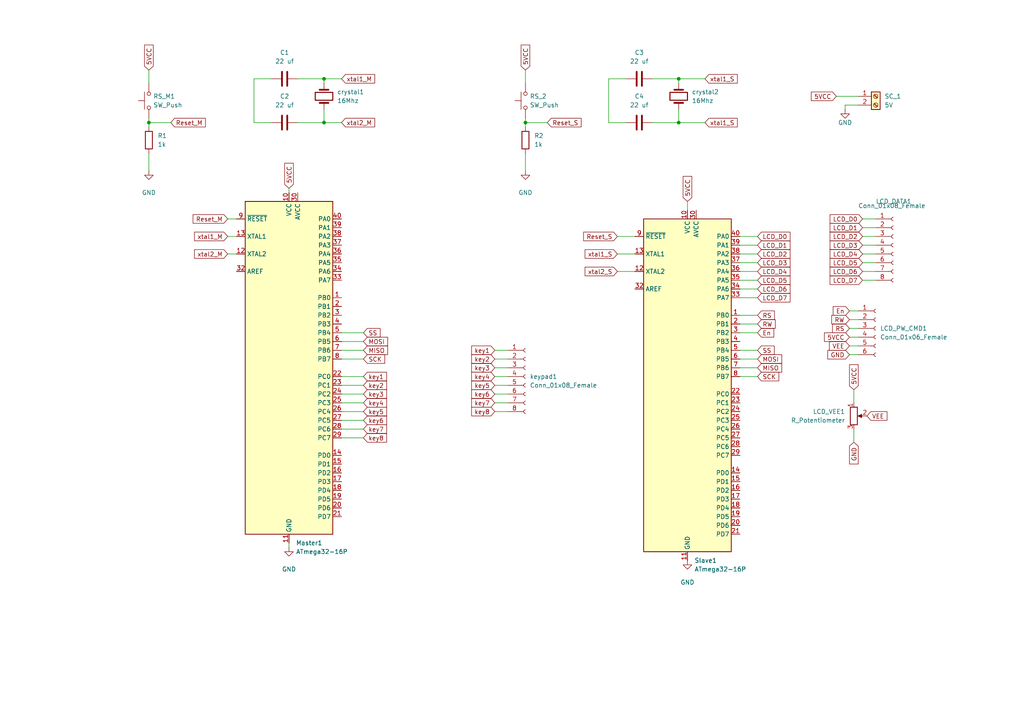
<source format=kicad_sch>
(kicad_sch (version 20211123) (generator eeschema)
  (paper "A4")
  (lib_symbols
    (symbol "Connector:Conn_01x06_Female" (pin_names (offset 1.016) hide)
      (property "Reference" "J" (at 0 7.62 0))
      (property "Value" "Conn_01x06_Female" (at 0 -10.16 0))
      (symbol "Conn_01x06_Female_1_1"
        (arc (start 0 -7.112) (mid -0.508 -7.62) (end 0 -8.128) (stroke (width 0.1524)))
        (arc (start 0 -4.572) (mid -0.508 -5.08) (end 0 -5.588) (stroke (width 0.1524)))
        (arc (start 0 -2.032) (mid -0.508 -2.54) (end 0 -3.048) (stroke (width 0.1524)))
        (polyline (pts (xy -1.27 -7.62) (xy -0.508 -7.62)) (stroke (width 0.1524)))
        (polyline (pts (xy -1.27 -5.08) (xy -0.508 -5.08)) (stroke (width 0.1524)))
        (polyline (pts (xy -1.27 -2.54) (xy -0.508 -2.54)) (stroke (width 0.1524)))
        (polyline (pts (xy -1.27 0) (xy -0.508 0)) (stroke (width 0.1524)))
        (polyline (pts (xy -1.27 2.54) (xy -0.508 2.54)) (stroke (width 0.1524)))
        (polyline (pts (xy -1.27 5.08) (xy -0.508 5.08)) (stroke (width 0.1524)))
        (arc (start 0 0.508) (mid -0.508 0) (end 0 -0.508) (stroke (width 0.1524)))
        (arc (start 0 3.048) (mid -0.508 2.54) (end 0 2.032) (stroke (width 0.1524)))
        (arc (start 0 5.588) (mid -0.508 5.08) (end 0 4.572) (stroke (width 0.1524)))
        (pin passive line (at -5.08 5.08 0) (length 3.81) (name "Pin_1") (number "1"))
        (pin passive line (at -5.08 2.54 0) (length 3.81) (name "Pin_2") (number "2"))
        (pin passive line (at -5.08 0 0) (length 3.81) (name "Pin_3") (number "3"))
        (pin passive line (at -5.08 -2.54 0) (length 3.81) (name "Pin_4") (number "4"))
        (pin passive line (at -5.08 -5.08 0) (length 3.81) (name "Pin_5") (number "5"))
        (pin passive line (at -5.08 -7.62 0) (length 3.81) (name "Pin_6") (number "6"))
      )
    )
    (symbol "Connector:Conn_01x08_Female" (pin_names (offset 1.016) hide)
      (property "Reference" "J" (at 0 10.16 0))
      (property "Value" "Conn_01x08_Female" (at 0 -12.7 0))
      (symbol "Conn_01x08_Female_1_1"
        (arc (start 0 -9.652) (mid -0.508 -10.16) (end 0 -10.668) (stroke (width 0.1524)))
        (arc (start 0 -7.112) (mid -0.508 -7.62) (end 0 -8.128) (stroke (width 0.1524)))
        (arc (start 0 -4.572) (mid -0.508 -5.08) (end 0 -5.588) (stroke (width 0.1524)))
        (arc (start 0 -2.032) (mid -0.508 -2.54) (end 0 -3.048) (stroke (width 0.1524)))
        (polyline (pts (xy -1.27 -10.16) (xy -0.508 -10.16)) (stroke (width 0.1524)))
        (polyline (pts (xy -1.27 -7.62) (xy -0.508 -7.62)) (stroke (width 0.1524)))
        (polyline (pts (xy -1.27 -5.08) (xy -0.508 -5.08)) (stroke (width 0.1524)))
        (polyline (pts (xy -1.27 -2.54) (xy -0.508 -2.54)) (stroke (width 0.1524)))
        (polyline (pts (xy -1.27 0) (xy -0.508 0)) (stroke (width 0.1524)))
        (polyline (pts (xy -1.27 2.54) (xy -0.508 2.54)) (stroke (width 0.1524)))
        (polyline (pts (xy -1.27 5.08) (xy -0.508 5.08)) (stroke (width 0.1524)))
        (polyline (pts (xy -1.27 7.62) (xy -0.508 7.62)) (stroke (width 0.1524)))
        (arc (start 0 0.508) (mid -0.508 0) (end 0 -0.508) (stroke (width 0.1524)))
        (arc (start 0 3.048) (mid -0.508 2.54) (end 0 2.032) (stroke (width 0.1524)))
        (arc (start 0 5.588) (mid -0.508 5.08) (end 0 4.572) (stroke (width 0.1524)))
        (arc (start 0 8.128) (mid -0.508 7.62) (end 0 7.112) (stroke (width 0.1524)))
        (pin passive line (at -5.08 7.62 0) (length 3.81) (name "Pin_1") (number "1"))
        (pin passive line (at -5.08 5.08 0) (length 3.81) (name "Pin_2") (number "2"))
        (pin passive line (at -5.08 2.54 0) (length 3.81) (name "Pin_3") (number "3"))
        (pin passive line (at -5.08 0 0) (length 3.81) (name "Pin_4") (number "4"))
        (pin passive line (at -5.08 -2.54 0) (length 3.81) (name "Pin_5") (number "5"))
        (pin passive line (at -5.08 -5.08 0) (length 3.81) (name "Pin_6") (number "6"))
        (pin passive line (at -5.08 -7.62 0) (length 3.81) (name "Pin_7") (number "7"))
        (pin passive line (at -5.08 -10.16 0) (length 3.81) (name "Pin_8") (number "8"))
      )
    )
    (symbol "Connector:Screw_Terminal_01x02" (pin_names (offset 1.016) hide)
      (property "Reference" "J" (at 0 2.54 0))
      (property "Value" "Screw_Terminal_01x02" (at 0 -5.08 0))
      (symbol "Screw_Terminal_01x02_1_1"
        (rectangle (start -1.27 1.27) (end 1.27 -3.81) (stroke (width 0.254)) (fill (type background)))
        (circle (center 0 -2.54) (radius 0.635) (stroke (width 0.1524)))
        (polyline (pts (xy -0.5334 -2.2098) (xy 0.3302 -3.048)) (stroke (width 0.1524)))
        (polyline (pts (xy -0.5334 0.3302) (xy 0.3302 -0.508)) (stroke (width 0.1524)))
        (polyline (pts (xy -0.3556 -2.032) (xy 0.508 -2.8702)) (stroke (width 0.1524)))
        (polyline (pts (xy -0.3556 0.508) (xy 0.508 -0.3302)) (stroke (width 0.1524)))
        (circle (center 0 0) (radius 0.635) (stroke (width 0.1524)))
        (pin passive line (at -5.08 0 0) (length 3.81) (name "Pin_1") (number "1"))
        (pin passive line (at -5.08 -2.54 0) (length 3.81) (name "Pin_2") (number "2"))
      )
    )
    (symbol "Device:C" (pin_numbers hide) (pin_names (offset 0.254))
      (property "Reference" "C" (at 0.635 2.54 0))
      (property "Value" "C" (at 0.635 -2.54 0))
      (symbol "C_0_1"
        (polyline (pts (xy -2.032 -0.762) (xy 2.032 -0.762)) (stroke (width 0.508)))
        (polyline (pts (xy -2.032 0.762) (xy 2.032 0.762)) (stroke (width 0.508)))
      )
      (symbol "C_1_1"
        (pin passive line (at 0 3.81 270) (length 2.794) (name "~") (number "1"))
        (pin passive line (at 0 -3.81 90) (length 2.794) (name "~") (number "2"))
      )
    )
    (symbol "Device:Crystal" (pin_numbers hide) (pin_names (offset 1.016) hide)
      (property "Reference" "Y" (at 0 3.81 0))
      (property "Value" "Crystal" (at 0 -3.81 0))
      (symbol "Crystal_0_1"
        (rectangle (start -1.143 2.54) (end 1.143 -2.54) (stroke (width 0.3048)))
        (polyline (pts (xy -2.54 0) (xy -1.905 0)))
        (polyline (pts (xy -1.905 -1.27) (xy -1.905 1.27)) (stroke (width 0.508)))
        (polyline (pts (xy 1.905 -1.27) (xy 1.905 1.27)) (stroke (width 0.508)))
        (polyline (pts (xy 2.54 0) (xy 1.905 0)))
      )
      (symbol "Crystal_1_1"
        (pin passive line (at -3.81 0 0) (length 1.27) (name "1") (number "1"))
        (pin passive line (at 3.81 0 180) (length 1.27) (name "2") (number "2"))
      )
    )
    (symbol "Device:R" (pin_numbers hide) (pin_names (offset 0))
      (property "Reference" "R" (at 2.032 0 90))
      (property "Value" "R" (at 0 0 90))
      (symbol "R_0_1"
        (rectangle (start -1.016 -2.54) (end 1.016 2.54) (stroke (width 0.254)))
      )
      (symbol "R_1_1"
        (pin passive line (at 0 3.81 270) (length 1.27) (name "~") (number "1"))
        (pin passive line (at 0 -3.81 90) (length 1.27) (name "~") (number "2"))
      )
    )
    (symbol "Device:R_Potentiometer" (pin_names (offset 1.016) hide)
      (property "Reference" "RV" (at -4.445 0 90))
      (property "Value" "R_Potentiometer" (at -2.54 0 90))
      (symbol "R_Potentiometer_0_1"
        (polyline (pts (xy 2.54 0) (xy 1.524 0)))
        (polyline (pts (xy 1.143 0) (xy 2.286 0.508) (xy 2.286 -0.508) (xy 1.143 0)) (fill (type outline)))
        (rectangle (start 1.016 2.54) (end -1.016 -2.54) (stroke (width 0.254)))
      )
      (symbol "R_Potentiometer_1_1"
        (pin passive line (at 0 3.81 270) (length 1.27) (name "1") (number "1"))
        (pin passive line (at 3.81 0 180) (length 1.27) (name "2") (number "2"))
        (pin passive line (at 0 -3.81 90) (length 1.27) (name "3") (number "3"))
      )
    )
    (symbol "MCU_Microchip_ATmega:ATmega32-16P"
      (property "Reference" "U" (at -12.7 49.53 0))
      (property "Value" "ATmega32-16P" (at 2.54 -49.53 0))
      (symbol "ATmega32-16P_0_1"
        (rectangle (start -12.7 -48.26) (end 12.7 48.26) (stroke (width 0.254)) (fill (type background)))
      )
      (symbol "ATmega32-16P_1_1"
        (pin bidirectional line (at 15.24 20.32 180) (length 2.54) (name "PB0") (number "1"))
        (pin power_in line (at 0 50.8 270) (length 2.54) (name "VCC") (number "10"))
        (pin power_in line (at 0 -50.8 90) (length 2.54) (name "GND") (number "11"))
        (pin output line (at -15.24 33.02 0) (length 2.54) (name "XTAL2") (number "12"))
        (pin input line (at -15.24 38.1 0) (length 2.54) (name "XTAL1") (number "13"))
        (pin bidirectional line (at 15.24 -25.4 180) (length 2.54) (name "PD0") (number "14"))
        (pin bidirectional line (at 15.24 -27.94 180) (length 2.54) (name "PD1") (number "15"))
        (pin bidirectional line (at 15.24 -30.48 180) (length 2.54) (name "PD2") (number "16"))
        (pin bidirectional line (at 15.24 -33.02 180) (length 2.54) (name "PD3") (number "17"))
        (pin bidirectional line (at 15.24 -35.56 180) (length 2.54) (name "PD4") (number "18"))
        (pin bidirectional line (at 15.24 -38.1 180) (length 2.54) (name "PD5") (number "19"))
        (pin bidirectional line (at 15.24 17.78 180) (length 2.54) (name "PB1") (number "2"))
        (pin bidirectional line (at 15.24 -40.64 180) (length 2.54) (name "PD6") (number "20"))
        (pin bidirectional line (at 15.24 -43.18 180) (length 2.54) (name "PD7") (number "21"))
        (pin bidirectional line (at 15.24 -2.54 180) (length 2.54) (name "PC0") (number "22"))
        (pin bidirectional line (at 15.24 -5.08 180) (length 2.54) (name "PC1") (number "23"))
        (pin bidirectional line (at 15.24 -7.62 180) (length 2.54) (name "PC2") (number "24"))
        (pin bidirectional line (at 15.24 -10.16 180) (length 2.54) (name "PC3") (number "25"))
        (pin bidirectional line (at 15.24 -12.7 180) (length 2.54) (name "PC4") (number "26"))
        (pin bidirectional line (at 15.24 -15.24 180) (length 2.54) (name "PC5") (number "27"))
        (pin bidirectional line (at 15.24 -17.78 180) (length 2.54) (name "PC6") (number "28"))
        (pin bidirectional line (at 15.24 -20.32 180) (length 2.54) (name "PC7") (number "29"))
        (pin bidirectional line (at 15.24 15.24 180) (length 2.54) (name "PB2") (number "3"))
        (pin power_in line (at 2.54 50.8 270) (length 2.54) (name "AVCC") (number "30"))
        (pin passive line (at 0 -50.8 90) (length 2.54) hide (name "GND") (number "31"))
        (pin passive line (at -15.24 27.94 0) (length 2.54) (name "AREF") (number "32"))
        (pin bidirectional line (at 15.24 25.4 180) (length 2.54) (name "PA7") (number "33"))
        (pin bidirectional line (at 15.24 27.94 180) (length 2.54) (name "PA6") (number "34"))
        (pin bidirectional line (at 15.24 30.48 180) (length 2.54) (name "PA5") (number "35"))
        (pin bidirectional line (at 15.24 33.02 180) (length 2.54) (name "PA4") (number "36"))
        (pin bidirectional line (at 15.24 35.56 180) (length 2.54) (name "PA3") (number "37"))
        (pin bidirectional line (at 15.24 38.1 180) (length 2.54) (name "PA2") (number "38"))
        (pin bidirectional line (at 15.24 40.64 180) (length 2.54) (name "PA1") (number "39"))
        (pin bidirectional line (at 15.24 12.7 180) (length 2.54) (name "PB3") (number "4"))
        (pin bidirectional line (at 15.24 43.18 180) (length 2.54) (name "PA0") (number "40"))
        (pin bidirectional line (at 15.24 10.16 180) (length 2.54) (name "PB4") (number "5"))
        (pin bidirectional line (at 15.24 7.62 180) (length 2.54) (name "PB5") (number "6"))
        (pin bidirectional line (at 15.24 5.08 180) (length 2.54) (name "PB6") (number "7"))
        (pin bidirectional line (at 15.24 2.54 180) (length 2.54) (name "PB7") (number "8"))
        (pin input line (at -15.24 43.18 0) (length 2.54) (name "~{RESET}") (number "9"))
      )
    )
    (symbol "Switch:SW_Push" (pin_numbers hide) (pin_names (offset 1.016) hide)
      (property "Reference" "SW" (at 1.27 2.54 0))
      (property "Value" "SW_Push" (at 0 -1.524 0))
      (symbol "SW_Push_0_1"
        (circle (center -2.032 0) (radius 0.508))
        (polyline (pts (xy 0 1.27) (xy 0 3.048)))
        (polyline (pts (xy 2.54 1.27) (xy -2.54 1.27)))
        (circle (center 2.032 0) (radius 0.508))
        (pin passive line (at -5.08 0 0) (length 2.54) (name "1") (number "1"))
        (pin passive line (at 5.08 0 180) (length 2.54) (name "2") (number "2"))
      )
    )
    (symbol "power:GND" (power) (pin_names (offset 0))
      (property "Value" "GND" (at 0 -3.81 0))
      (symbol "GND_0_1"
        (polyline (pts (xy 0 0) (xy 0 -1.27) (xy 1.27 -1.27) (xy 0 -2.54) (xy -1.27 -1.27) (xy 0 -1.27)))
      )
      (symbol "GND_1_1"
        (pin power_in line (at 0 0 270) (length 0) hide (name "GND") (number "1"))
      )
    )
  )
  (junction (at 152.4 35.56))
  (junction (at 93.98 35.56))
  (junction (at 196.85 22.86))
  (junction (at 196.85 35.56))
  (junction (at 43.18 35.56))
  (junction (at 93.98 22.86))
  (wire (pts (xy 250.19 63.5) (xy 254 63.5)))
  (wire (pts (xy 78.74 22.86) (xy 73.66 22.86)))
  (wire (pts (xy 196.85 31.75) (xy 196.85 35.56)))
  (wire (pts (xy 66.04 68.58) (xy 68.58 68.58)))
  (wire (pts (xy 152.4 35.56) (xy 158.75 35.56)))
  (wire (pts (xy 179.07 78.74) (xy 184.15 78.74)))
  (wire (pts (xy 189.23 22.86) (xy 196.85 22.86)))
  (wire (pts (xy 247.65 124.46) (xy 247.65 128.27)))
  (wire (pts (xy 105.41 127) (xy 99.06 127)))
  (wire (pts (xy 73.66 22.86) (xy 73.66 35.56)))
  (wire (pts (xy 181.61 22.86) (xy 176.53 22.86)))
  (wire (pts (xy 199.39 58.42) (xy 199.39 60.96)))
  (wire (pts (xy 179.07 68.58) (xy 184.15 68.58)))
  (wire (pts (xy 43.18 44.45) (xy 43.18 49.53)))
  (wire (pts (xy 105.41 116.84) (xy 99.06 116.84)))
  (wire (pts (xy 214.63 81.28) (xy 219.71 81.28)))
  (wire (pts (xy 247.65 113.03) (xy 247.65 116.84)))
  (wire (pts (xy 250.19 66.04) (xy 254 66.04)))
  (wire (pts (xy 196.85 22.86) (xy 204.47 22.86)))
  (wire (pts (xy 214.63 86.36) (xy 219.71 86.36)))
  (wire (pts (xy 43.18 35.56) (xy 49.53 35.56)))
  (wire (pts (xy 246.38 102.87) (xy 248.92 102.87)))
  (wire (pts (xy 43.18 20.32) (xy 43.18 24.13)))
  (wire (pts (xy 246.38 95.25) (xy 248.92 95.25)))
  (wire (pts (xy 179.07 73.66) (xy 184.15 73.66)))
  (wire (pts (xy 214.63 93.98) (xy 219.71 93.98)))
  (wire (pts (xy 242.57 27.94) (xy 248.92 27.94)))
  (wire (pts (xy 214.63 71.12) (xy 219.71 71.12)))
  (wire (pts (xy 214.63 104.14) (xy 219.71 104.14)))
  (wire (pts (xy 105.41 114.3) (xy 99.06 114.3)))
  (wire (pts (xy 143.51 101.6) (xy 147.32 101.6)))
  (wire (pts (xy 143.51 109.22) (xy 147.32 109.22)))
  (wire (pts (xy 250.19 73.66) (xy 254 73.66)))
  (wire (pts (xy 245.11 30.48) (xy 245.11 31.75)))
  (wire (pts (xy 214.63 109.22) (xy 219.71 109.22)))
  (wire (pts (xy 93.98 35.56) (xy 99.06 35.56)))
  (wire (pts (xy 246.38 97.79) (xy 248.92 97.79)))
  (wire (pts (xy 43.18 34.29) (xy 43.18 35.56)))
  (wire (pts (xy 246.38 92.71) (xy 248.92 92.71)))
  (wire (pts (xy 83.82 158.75) (xy 83.82 157.48)))
  (wire (pts (xy 105.41 109.22) (xy 99.06 109.22)))
  (wire (pts (xy 93.98 35.56) (xy 86.36 35.56)))
  (wire (pts (xy 176.53 22.86) (xy 176.53 35.56)))
  (wire (pts (xy 93.98 22.86) (xy 99.06 22.86)))
  (wire (pts (xy 105.41 111.76) (xy 99.06 111.76)))
  (wire (pts (xy 143.51 104.14) (xy 147.32 104.14)))
  (wire (pts (xy 66.04 63.5) (xy 68.58 63.5)))
  (wire (pts (xy 250.19 71.12) (xy 254 71.12)))
  (wire (pts (xy 214.63 101.6) (xy 219.71 101.6)))
  (wire (pts (xy 176.53 35.56) (xy 181.61 35.56)))
  (wire (pts (xy 152.4 34.29) (xy 152.4 35.56)))
  (wire (pts (xy 214.63 91.44) (xy 219.71 91.44)))
  (wire (pts (xy 93.98 22.86) (xy 93.98 24.13)))
  (wire (pts (xy 105.41 124.46) (xy 99.06 124.46)))
  (wire (pts (xy 196.85 22.86) (xy 196.85 24.13)))
  (wire (pts (xy 214.63 76.2) (xy 219.71 76.2)))
  (wire (pts (xy 250.19 68.58) (xy 254 68.58)))
  (wire (pts (xy 152.4 44.45) (xy 152.4 49.53)))
  (wire (pts (xy 196.85 35.56) (xy 204.47 35.56)))
  (wire (pts (xy 105.41 121.92) (xy 99.06 121.92)))
  (wire (pts (xy 86.36 22.86) (xy 93.98 22.86)))
  (wire (pts (xy 214.63 106.68) (xy 219.71 106.68)))
  (wire (pts (xy 214.63 78.74) (xy 219.71 78.74)))
  (wire (pts (xy 214.63 68.58) (xy 219.71 68.58)))
  (wire (pts (xy 105.41 96.52) (xy 99.06 96.52)))
  (wire (pts (xy 143.51 111.76) (xy 147.32 111.76)))
  (wire (pts (xy 93.98 31.75) (xy 93.98 35.56)))
  (wire (pts (xy 73.66 35.56) (xy 78.74 35.56)))
  (wire (pts (xy 250.19 76.2) (xy 254 76.2)))
  (wire (pts (xy 143.51 114.3) (xy 147.32 114.3)))
  (wire (pts (xy 250.19 81.28) (xy 254 81.28)))
  (wire (pts (xy 248.92 30.48) (xy 245.11 30.48)))
  (wire (pts (xy 66.04 73.66) (xy 68.58 73.66)))
  (wire (pts (xy 43.18 35.56) (xy 43.18 36.83)))
  (wire (pts (xy 105.41 99.06) (xy 99.06 99.06)))
  (wire (pts (xy 105.41 104.14) (xy 99.06 104.14)))
  (wire (pts (xy 143.51 119.38) (xy 147.32 119.38)))
  (wire (pts (xy 250.19 78.74) (xy 254 78.74)))
  (wire (pts (xy 214.63 96.52) (xy 219.71 96.52)))
  (wire (pts (xy 143.51 116.84) (xy 147.32 116.84)))
  (wire (pts (xy 246.38 100.33) (xy 248.92 100.33)))
  (wire (pts (xy 246.38 90.17) (xy 248.92 90.17)))
  (wire (pts (xy 152.4 35.56) (xy 152.4 36.83)))
  (wire (pts (xy 196.85 35.56) (xy 189.23 35.56)))
  (wire (pts (xy 214.63 73.66) (xy 219.71 73.66)))
  (wire (pts (xy 143.51 106.68) (xy 147.32 106.68)))
  (wire (pts (xy 152.4 20.32) (xy 152.4 24.13)))
  (wire (pts (xy 214.63 83.82) (xy 219.71 83.82)))
  (wire (pts (xy 83.82 54.61) (xy 83.82 55.88)))
  (wire (pts (xy 105.41 119.38) (xy 99.06 119.38)))
  (wire (pts (xy 105.41 101.6) (xy 99.06 101.6)))
  (global_label "xtal1_S" (shape input) (at 204.47 22.86 0) (property "Intersheet References" "${INTERSHEET_REFS}" (effects hide)))
  (global_label "key8" (shape input) (at 105.41 127 0) (property "Intersheet References" "${INTERSHEET_REFS}" (effects hide)))
  (global_label "LCD_D3" (shape input) (at 250.19 71.12 180) (property "Intersheet References" "${INTERSHEET_REFS}" (effects hide)))
  (global_label "Reset_M" (shape input) (at 66.04 63.5 180) (property "Intersheet References" "${INTERSHEET_REFS}" (effects hide)))
  (global_label "MISO" (shape input) (at 219.71 106.68 0) (property "Intersheet References" "${INTERSHEET_REFS}" (effects hide)))
  (global_label "GND" (shape input) (at 246.38 102.87 180) (property "Intersheet References" "${INTERSHEET_REFS}" (effects hide)))
  (global_label "MOSI" (shape input) (at 219.71 104.14 0) (property "Intersheet References" "${INTERSHEET_REFS}" (effects hide)))
  (global_label "key3" (shape input) (at 105.41 114.3 0) (property "Intersheet References" "${INTERSHEET_REFS}" (effects hide)))
  (global_label "LCD_D6" (shape input) (at 250.19 78.74 180) (property "Intersheet References" "${INTERSHEET_REFS}" (effects hide)))
  (global_label "SS" (shape input) (at 105.41 96.52 0) (property "Intersheet References" "${INTERSHEET_REFS}" (effects hide)))
  (global_label "LCD_D0" (shape input) (at 219.71 68.58 0) (property "Intersheet References" "${INTERSHEET_REFS}" (effects hide)))
  (global_label "VEE" (shape input) (at 246.38 100.33 180) (property "Intersheet References" "${INTERSHEET_REFS}" (effects hide)))
  (global_label "5VCC" (shape input) (at 152.4 20.32 90) (property "Intersheet References" "${INTERSHEET_REFS}" (effects hide)))
  (global_label "LCD_D7" (shape input) (at 250.19 81.28 180) (property "Intersheet References" "${INTERSHEET_REFS}" (effects hide)))
  (global_label "Reset_S" (shape input) (at 158.75 35.56 0) (property "Intersheet References" "${INTERSHEET_REFS}" (effects hide)))
  (global_label "xtal1_M" (shape input) (at 66.04 68.58 180) (property "Intersheet References" "${INTERSHEET_REFS}" (effects hide)))
  (global_label "En" (shape input) (at 246.38 90.17 180) (property "Intersheet References" "${INTERSHEET_REFS}" (effects hide)))
  (global_label "key1" (shape input) (at 105.41 109.22 0) (property "Intersheet References" "${INTERSHEET_REFS}" (effects hide)))
  (global_label "LCD_D5" (shape input) (at 250.19 76.2 180) (property "Intersheet References" "${INTERSHEET_REFS}" (effects hide)))
  (global_label "RS" (shape input) (at 246.38 95.25 180) (property "Intersheet References" "${INTERSHEET_REFS}" (effects hide)))
  (global_label "SCK" (shape input) (at 219.71 109.22 0) (property "Intersheet References" "${INTERSHEET_REFS}" (effects hide)))
  (global_label "xtal1_S" (shape input) (at 204.47 35.56 0) (property "Intersheet References" "${INTERSHEET_REFS}" (effects hide)))
  (global_label "LCD_D2" (shape input) (at 250.19 68.58 180) (property "Intersheet References" "${INTERSHEET_REFS}" (effects hide)))
  (global_label "LCD_D6" (shape input) (at 219.71 83.82 0) (property "Intersheet References" "${INTERSHEET_REFS}" (effects hide)))
  (global_label "xtal2_M" (shape input) (at 66.04 73.66 180) (property "Intersheet References" "${INTERSHEET_REFS}" (effects hide)))
  (global_label "xtal2_S" (shape input) (at 179.07 78.74 180) (property "Intersheet References" "${INTERSHEET_REFS}" (effects hide)))
  (global_label "En" (shape input) (at 219.71 96.52 0) (property "Intersheet References" "${INTERSHEET_REFS}" (effects hide)))
  (global_label "key3" (shape input) (at 143.51 106.68 180) (property "Intersheet References" "${INTERSHEET_REFS}" (effects hide)))
  (global_label "key4" (shape input) (at 105.41 116.84 0) (property "Intersheet References" "${INTERSHEET_REFS}" (effects hide)))
  (global_label "RW" (shape input) (at 219.71 93.98 0) (property "Intersheet References" "${INTERSHEET_REFS}" (effects hide)))
  (global_label "MOSI" (shape input) (at 105.41 99.06 0) (property "Intersheet References" "${INTERSHEET_REFS}" (effects hide)))
  (global_label "5VCC" (shape input) (at 43.18 20.32 90) (property "Intersheet References" "${INTERSHEET_REFS}" (effects hide)))
  (global_label "key7" (shape input) (at 105.41 124.46 0) (property "Intersheet References" "${INTERSHEET_REFS}" (effects hide)))
  (global_label "5VCC" (shape input) (at 242.57 27.94 180) (property "Intersheet References" "${INTERSHEET_REFS}" (effects hide)))
  (global_label "xtal1_S" (shape input) (at 179.07 73.66 180) (property "Intersheet References" "${INTERSHEET_REFS}" (effects hide)))
  (global_label "5VCC" (shape input) (at 246.38 97.79 180) (property "Intersheet References" "${INTERSHEET_REFS}" (effects hide)))
  (global_label "LCD_D4" (shape input) (at 250.19 73.66 180) (property "Intersheet References" "${INTERSHEET_REFS}" (effects hide)))
  (global_label "RW" (shape input) (at 246.38 92.71 180) (property "Intersheet References" "${INTERSHEET_REFS}" (effects hide)))
  (global_label "MISO" (shape input) (at 105.41 101.6 0) (property "Intersheet References" "${INTERSHEET_REFS}" (effects hide)))
  (global_label "key2" (shape input) (at 105.41 111.76 0) (property "Intersheet References" "${INTERSHEET_REFS}" (effects hide)))
  (global_label "xtal1_M" (shape input) (at 99.06 22.86 0) (property "Intersheet References" "${INTERSHEET_REFS}" (effects hide)))
  (global_label "5VCC" (shape input) (at 199.39 58.42 90) (property "Intersheet References" "${INTERSHEET_REFS}" (effects hide)))
  (global_label "LCD_D0" (shape input) (at 250.19 63.5 180) (property "Intersheet References" "${INTERSHEET_REFS}" (effects hide)))
  (global_label "LCD_D4" (shape input) (at 219.71 78.74 0) (property "Intersheet References" "${INTERSHEET_REFS}" (effects hide)))
  (global_label "xtal2_M" (shape input) (at 99.06 35.56 0) (property "Intersheet References" "${INTERSHEET_REFS}" (effects hide)))
  (global_label "LCD_D1" (shape input) (at 250.19 66.04 180) (property "Intersheet References" "${INTERSHEET_REFS}" (effects hide)))
  (global_label "LCD_D2" (shape input) (at 219.71 73.66 0) (property "Intersheet References" "${INTERSHEET_REFS}" (effects hide)))
  (global_label "LCD_D5" (shape input) (at 219.71 81.28 0) (property "Intersheet References" "${INTERSHEET_REFS}" (effects hide)))
  (global_label "key2" (shape input) (at 143.51 104.14 180) (property "Intersheet References" "${INTERSHEET_REFS}" (effects hide)))
  (global_label "key7" (shape input) (at 143.51 116.84 180) (property "Intersheet References" "${INTERSHEET_REFS}" (effects hide)))
  (global_label "key6" (shape input) (at 143.51 114.3 180) (property "Intersheet References" "${INTERSHEET_REFS}" (effects hide)))
  (global_label "5VCC" (shape input) (at 83.82 54.61 90) (property "Intersheet References" "${INTERSHEET_REFS}" (effects hide)))
  (global_label "Reset_M" (shape input) (at 49.53 35.56 0) (property "Intersheet References" "${INTERSHEET_REFS}" (effects hide)))
  (global_label "key1" (shape input) (at 143.51 101.6 180) (property "Intersheet References" "${INTERSHEET_REFS}" (effects hide)))
  (global_label "key5" (shape input) (at 105.41 119.38 0) (property "Intersheet References" "${INTERSHEET_REFS}" (effects hide)))
  (global_label "LCD_D1" (shape input) (at 219.71 71.12 0) (property "Intersheet References" "${INTERSHEET_REFS}" (effects hide)))
  (global_label "RS" (shape input) (at 219.71 91.44 0) (property "Intersheet References" "${INTERSHEET_REFS}" (effects hide)))
  (global_label "key6" (shape input) (at 105.41 121.92 0) (property "Intersheet References" "${INTERSHEET_REFS}" (effects hide)))
  (global_label "GND" (shape input) (at 247.65 128.27 270) (property "Intersheet References" "${INTERSHEET_REFS}" (effects hide)))
  (global_label "SS" (shape input) (at 219.71 101.6 0) (property "Intersheet References" "${INTERSHEET_REFS}" (effects hide)))
  (global_label "key8" (shape input) (at 143.51 119.38 180) (property "Intersheet References" "${INTERSHEET_REFS}" (effects hide)))
  (global_label "key4" (shape input) (at 143.51 109.22 180) (property "Intersheet References" "${INTERSHEET_REFS}" (effects hide)))
  (global_label "key5" (shape input) (at 143.51 111.76 180) (property "Intersheet References" "${INTERSHEET_REFS}" (effects hide)))
  (global_label "LCD_D3" (shape input) (at 219.71 76.2 0) (property "Intersheet References" "${INTERSHEET_REFS}" (effects hide)))
  (global_label "SCK" (shape input) (at 105.41 104.14 0) (property "Intersheet References" "${INTERSHEET_REFS}" (effects hide)))
  (global_label "5VCC" (shape input) (at 247.65 113.03 90) (property "Intersheet References" "${INTERSHEET_REFS}" (effects hide)))
  (global_label "Reset_S" (shape input) (at 179.07 68.58 180) (property "Intersheet References" "${INTERSHEET_REFS}" (effects hide)))
  (global_label "LCD_D7" (shape input) (at 219.71 86.36 0) (property "Intersheet References" "${INTERSHEET_REFS}" (effects hide)))
  (global_label "VEE" (shape input) (at 251.46 120.65 0) (property "Intersheet References" "${INTERSHEET_REFS}" (effects hide)))
  (symbol (lib_id "Device:C") (at 82.55 35.56 90) (unit 1)
    (property "Reference" "C2" (at 82.55 27.94 90))
    (property "Value" "22 uf" (at 82.55 30.48 90))
    (property "Footprint" "Capacitor_THT:C_Disc_D11.0mm_W5.0mm_P7.50mm" (effects hide))
  )
  (symbol (lib_id "Device:C") (at 82.55 22.86 90) (unit 1)
    (property "Reference" "C1" (at 82.55 15.24 90))
    (property "Value" "22 uf" (at 82.55 17.78 90))
    (property "Footprint" "Capacitor_THT:C_Disc_D11.0mm_W5.0mm_P7.50mm" (effects hide))
  )
  (symbol (lib_id "Connector:Conn_01x08_Female") (at 259.08 71.12 0) (unit 1)
    (property "Reference" "LCD_DATA1" (at 254 58.42 0) (effects (justify left)))
    (property "Value" "Conn_01x08_Female" (at 248.92 59.69 0) (effects (justify left)))
    (property "Footprint" "Connector_PinHeader_1.00mm:PinHeader_1x08_P1.00mm_Vertical_SMD_Pin1Right" (effects hide))
  )
  (symbol (lib_id "Device:Crystal") (at 93.98 27.94 90) (mirror x) (unit 1)
    (property "Reference" "crystal1" (at 97.79 26.6699 90) (effects (justify right)))
    (property "Value" "16Mhz" (at 97.79 29.2099 90) (effects (justify right)))
    (property "Footprint" "Crystal:Crystal_HC49-4H_Vertical" (effects hide))
  )
  (symbol (lib_id "Device:R") (at 43.18 40.64 0) (unit 1)
    (property "Reference" "R1" (at 45.72 39.3699 0) (effects (justify left)))
    (property "Value" "1k" (at 45.72 41.9099 0) (effects (justify left)))
    (property "Footprint" "Resistor_THT:R_Axial_DIN0204_L3.6mm_D1.6mm_P5.08mm_Horizontal" (effects hide))
  )
  (symbol (lib_id "Switch:SW_Push") (at 43.18 29.21 90) (unit 1)
    (property "Reference" "RS_M1" (at 44.45 27.9399 90) (effects (justify right)))
    (property "Value" "SW_Push" (at 44.45 30.4799 90) (effects (justify right)))
    (property "Footprint" "Button_Switch_THT:SW_PUSH_6mm_H7.3mm" (effects hide))
  )
  (symbol (lib_id "Device:C") (at 185.42 35.56 90) (unit 1)
    (property "Reference" "C4" (at 185.42 27.94 90))
    (property "Value" "22 uf" (at 185.42 30.48 90))
    (property "Footprint" "Capacitor_THT:C_Disc_D11.0mm_W5.0mm_P7.50mm" (effects hide))
  )
  (symbol (lib_id "MCU_Microchip_ATmega:ATmega32-16P") (at 83.82 106.68 0) (unit 1)
    (property "Reference" "Master1" (at 85.8394 157.48 0) (effects (justify left)))
    (property "Value" "ATmega32-16P" (at 85.8394 160.02 0) (effects (justify left)))
    (property "Footprint" "Package_DIP:DIP-40_W15.24mm" (effects hide))
    (property "Datasheet" "http://ww1.microchip.com/downloads/en/DeviceDoc/doc2503.pdf" (effects hide))
  )
  (symbol (lib_id "power:GND") (at 43.18 49.53 0) (unit 1)
    (property "Reference" "#PWR022" (effects hide))
    (property "Value" "GND" (at 43.18 55.88 0))
  )
  (symbol (lib_id "power:GND") (at 199.39 162.56 0) (unit 1)
    (property "Reference" "#PWR0102" (effects hide))
    (property "Value" "GND" (at 199.39 168.91 0))
  )
  (symbol (lib_id "Device:Crystal") (at 196.85 27.94 90) (mirror x) (unit 1)
    (property "Reference" "crystal2" (at 200.66 26.6699 90) (effects (justify right)))
    (property "Value" "16Mhz" (at 200.66 29.2099 90) (effects (justify right)))
    (property "Footprint" "Crystal:Crystal_HC49-4H_Vertical" (effects hide))
  )
  (symbol (lib_id "Connector:Conn_01x08_Female") (at 152.4 109.22 0) (unit 1)
    (property "Reference" "keypad1" (at 153.67 109.2199 0) (effects (justify left)))
    (property "Value" "Conn_01x08_Female" (at 153.67 111.7599 0) (effects (justify left)))
    (property "Footprint" "Connector_PinSocket_1.27mm:PinSocket_1x08_P1.27mm_Vertical" (effects hide))
  )
  (symbol (lib_id "Connector:Screw_Terminal_01x02") (at 254 27.94 0) (unit 1)
    (property "Reference" "SC_1" (at 256.54 27.9399 0) (effects (justify left)))
    (property "Value" "5V" (at 256.54 30.4799 0) (effects (justify left)))
    (property "Footprint" "TerminalBlock_Altech:Altech_AK300_1x02_P5.00mm_45-Degree" (effects hide))
  )
  (symbol (lib_id "Device:R") (at 152.4 40.64 0) (unit 1)
    (property "Reference" "R2" (at 154.94 39.3699 0) (effects (justify left)))
    (property "Value" "1k" (at 154.94 41.9099 0) (effects (justify left)))
    (property "Footprint" "Resistor_THT:R_Axial_DIN0204_L3.6mm_D1.6mm_P5.08mm_Horizontal" (effects hide))
  )
  (symbol (lib_id "power:GND") (at 152.4 49.53 0) (unit 1)
    (property "Reference" "#PWR026" (effects hide))
    (property "Value" "GND" (at 152.4 55.88 0))
  )
  (symbol (lib_id "Device:C") (at 185.42 22.86 90) (unit 1)
    (property "Reference" "C3" (at 185.42 15.24 90))
    (property "Value" "22 uf" (at 185.42 17.78 90))
    (property "Footprint" "Capacitor_THT:C_Disc_D11.0mm_W5.0mm_P7.50mm" (effects hide))
  )
  (symbol (lib_id "power:GND") (at 245.11 31.75 0) (unit 1)
    (property "Reference" "#PWR039" (effects hide))
    (property "Value" "GND" (at 245.11 35.56 0))
  )
  (symbol (lib_id "Connector:Conn_01x06_Female") (at 254 95.25 0) (unit 1)
    (property "Reference" "LCD_PW_CMD1" (at 255.27 95.2499 0) (effects (justify left)))
    (property "Value" "Conn_01x06_Female" (at 255.27 97.7899 0) (effects (justify left)))
    (property "Footprint" "Connector_PinHeader_1.00mm:PinHeader_1x06_P1.00mm_Vertical_SMD_Pin1Right" (effects hide))
  )
  (symbol (lib_id "Device:R_Potentiometer") (at 247.65 120.65 0) (unit 1)
    (property "Reference" "LCD_VEE1" (at 245.11 119.3799 0) (effects (justify right)))
    (property "Value" "R_Potentiometer" (at 245.11 121.9199 0) (effects (justify right)))
    (property "Footprint" "Potentiometer_SMD:Potentiometer_Bourns_3314J_Vertical" (effects hide))
  )
  (symbol (lib_id "MCU_Microchip_ATmega:ATmega32-16P") (at 199.39 111.76 0) (unit 1)
    (property "Reference" "Slave1" (at 201.4094 162.56 0) (effects (justify left)))
    (property "Value" "ATmega32-16P" (at 201.4094 165.1 0) (effects (justify left)))
    (property "Footprint" "Package_DIP:DIP-40_W15.24mm" (effects hide))
    (property "Datasheet" "http://ww1.microchip.com/downloads/en/DeviceDoc/doc2503.pdf" (effects hide))
  )
  (symbol (lib_id "power:GND") (at 83.82 158.75 0) (unit 1)
    (property "Reference" "#PWR0101" (effects hide))
    (property "Value" "GND" (at 83.82 165.1 0))
  )
  (symbol (lib_id "Switch:SW_Push") (at 152.4 29.21 90) (unit 1)
    (property "Reference" "RS_2" (at 153.67 27.9399 90) (effects (justify right)))
    (property "Value" "SW_Push" (at 153.67 30.4799 90) (effects (justify right)))
    (property "Footprint" "Button_Switch_THT:SW_PUSH_6mm_H7.3mm" (effects hide))
  )
)
</source>
